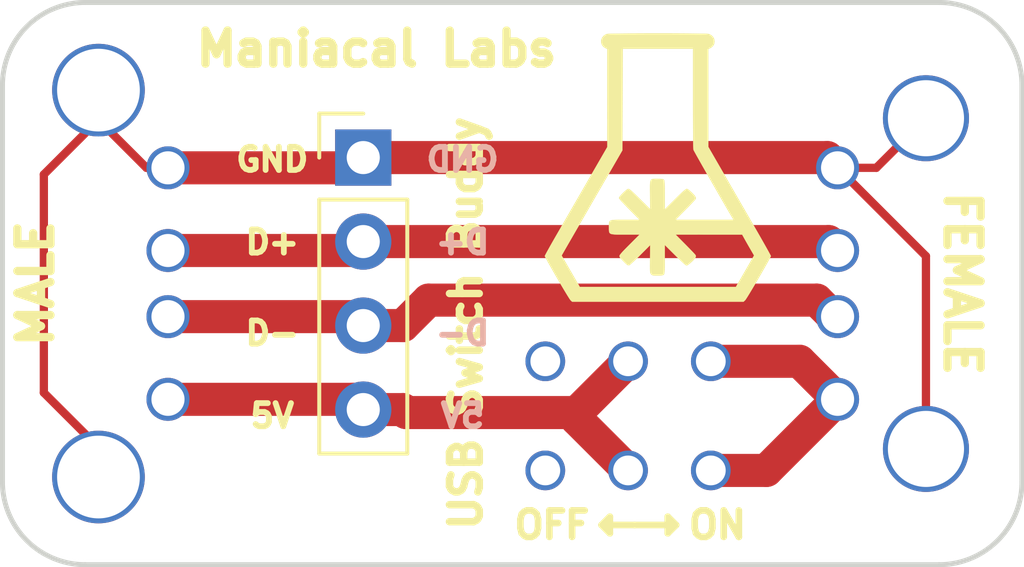
<source format=kicad_pcb>
(kicad_pcb (version 20171130) (host pcbnew "(5.0.0)")

  (general
    (thickness 1.6)
    (drawings 30)
    (tracks 38)
    (zones 0)
    (modules 5)
    (nets 7)
  )

  (page A4)
  (layers
    (0 F.Cu signal hide)
    (31 B.Cu signal)
    (32 B.Adhes user)
    (33 F.Adhes user)
    (34 B.Paste user)
    (35 F.Paste user)
    (36 B.SilkS user hide)
    (37 F.SilkS user)
    (38 B.Mask user)
    (39 F.Mask user)
    (40 Dwgs.User user hide)
    (41 Cmts.User user)
    (42 Eco1.User user)
    (43 Eco2.User user)
    (44 Edge.Cuts user)
    (45 Margin user)
    (46 B.CrtYd user)
    (47 F.CrtYd user)
    (48 B.Fab user)
    (49 F.Fab user)
  )

  (setup
    (last_trace_width 0.25)
    (user_trace_width 1)
    (trace_clearance 0.2)
    (zone_clearance 0.508)
    (zone_45_only no)
    (trace_min 0.2)
    (segment_width 0.2)
    (edge_width 0.15)
    (via_size 0.8)
    (via_drill 0.4)
    (via_min_size 0.4)
    (via_min_drill 0.3)
    (uvia_size 0.3)
    (uvia_drill 0.1)
    (uvias_allowed no)
    (uvia_min_size 0.2)
    (uvia_min_drill 0.1)
    (pcb_text_width 0.3)
    (pcb_text_size 1.5 1.5)
    (mod_edge_width 0.15)
    (mod_text_size 1 1)
    (mod_text_width 0.15)
    (pad_size 1.524 1.524)
    (pad_drill 0.762)
    (pad_to_mask_clearance 0.2)
    (aux_axis_origin 0 0)
    (grid_origin 67.1 88.5)
    (visible_elements 7FFFFF7F)
    (pcbplotparams
      (layerselection 0x010fc_ffffffff)
      (usegerberextensions false)
      (usegerberattributes false)
      (usegerberadvancedattributes false)
      (creategerberjobfile false)
      (excludeedgelayer true)
      (linewidth 0.100000)
      (plotframeref false)
      (viasonmask false)
      (mode 1)
      (useauxorigin false)
      (hpglpennumber 1)
      (hpglpenspeed 20)
      (hpglpendiameter 15.000000)
      (psnegative false)
      (psa4output false)
      (plotreference true)
      (plotvalue true)
      (plotinvisibletext false)
      (padsonsilk false)
      (subtractmaskfromsilk false)
      (outputformat 1)
      (mirror false)
      (drillshape 1)
      (scaleselection 1)
      (outputdirectory ""))
  )

  (net 0 "")
  (net 1 GND)
  (net 2 VCC)
  (net 3 "Net-(J1-Pad2)")
  (net 4 "Net-(J1-Pad3)")
  (net 5 "Net-(J2-Pad1)")
  (net 6 "Net-(SW1-Pad1)")

  (net_class Default "This is the default net class."
    (clearance 0.2)
    (trace_width 0.25)
    (via_dia 0.8)
    (via_drill 0.4)
    (uvia_dia 0.3)
    (uvia_drill 0.1)
    (add_net GND)
    (add_net "Net-(J1-Pad2)")
    (add_net "Net-(J1-Pad3)")
    (add_net "Net-(J2-Pad1)")
    (add_net "Net-(SW1-Pad1)")
    (add_net VCC)
  )

  (module Custom:UP2-AH-1-TH (layer F.Cu) (tedit 5B9DA7F1) (tstamp 5B9D9FC9)
    (at 70 80 270)
    (descr https://www.mouser.com/datasheet/2/670/up2-ah-th-1313297.pdf)
    (path /5B9D8DD0)
    (fp_text reference J1 (at 0 6.4 270) (layer F.SilkS) hide
      (effects (font (size 1 1) (thickness 0.15)))
    )
    (fp_text value USB_A_Male (at 0 -6.4 270) (layer F.Fab) hide
      (effects (font (size 1 1) (thickness 0.15)))
    )
    (fp_line (start -6 2.9) (end -6 20.7) (layer F.Fab) (width 0.15))
    (fp_line (start 6 2.9) (end 6 20.7) (layer F.Fab) (width 0.15))
    (fp_text user "PCB EDGE" (at 0 3.8 270) (layer F.Fab)
      (effects (font (size 1 1) (thickness 0.15)))
    )
    (fp_line (start -6 2.9) (end 6 2.9) (layer F.Fab) (width 0.15))
    (fp_line (start -6 20.7) (end 6 20.7) (layer F.Fab) (width 0.15))
    (pad 4 thru_hole circle (at -3.5 -2.1 270) (size 1.3 1.3) (drill 1) (layers *.Cu *.Mask)
      (net 1 GND))
    (pad 3 thru_hole circle (at -1 -2.1 270) (size 1.3 1.3) (drill 1) (layers *.Cu *.Mask)
      (net 4 "Net-(J1-Pad3)"))
    (pad 2 thru_hole circle (at 1 -2.1 270) (size 1.3 1.3) (drill 1) (layers *.Cu *.Mask)
      (net 3 "Net-(J1-Pad2)"))
    (pad 1 thru_hole circle (at 3.5 -2.1 270) (size 1.3 1.3) (drill 1) (layers *.Cu *.Mask)
      (net 2 VCC))
    (pad 5 thru_hole circle (at 5.85 0 270) (size 2.8 2.8) (drill 2.5) (layers *.Cu *.Mask)
      (net 1 GND))
    (pad 5 thru_hole circle (at -5.85 0 270) (size 2.8 2.8) (drill 2.5) (layers *.Cu *.Mask)
      (net 1 GND))
    (pad "" np_thru_hole circle (at 2.3 0 270) (size 1.2 1.2) (drill 1.2) (layers *.Cu *.Mask))
    (pad "" np_thru_hole circle (at -2.3 0 270) (size 1.2 1.2) (drill 1.2) (layers *.Cu *.Mask))
  )

  (module Custom:UJ2-AH-4-TH (layer F.Cu) (tedit 5B9DA049) (tstamp 5B9D9FD5)
    (at 95 80 90)
    (descr https://www.mouser.com/datasheet/2/670/uj2-ah-4-th-1313252.pdf)
    (path /5B9D8E2C)
    (fp_text reference J2 (at 0 6.4 90) (layer F.SilkS) hide
      (effects (font (size 1 1) (thickness 0.15)))
    )
    (fp_text value USB_A_Female (at 0 -6.1 90) (layer F.Fab) hide
      (effects (font (size 1 1) (thickness 0.15)))
    )
    (fp_line (start -6 2.9) (end 6 2.9) (layer F.Fab) (width 0.15))
    (fp_text user "PCB EDGE" (at 0 3.8 90) (layer F.Fab)
      (effects (font (size 1 1) (thickness 0.15)))
    )
    (pad 5 thru_hole circle (at -5 0 90) (size 2.6 2.6) (drill 2.3) (layers *.Cu *.Mask)
      (net 1 GND))
    (pad 4 thru_hole circle (at 3.5 -2.67 90) (size 1.3 1.3) (drill 1) (layers *.Cu *.Mask)
      (net 1 GND))
    (pad 3 thru_hole circle (at 1 -2.67 90) (size 1.3 1.3) (drill 1) (layers *.Cu *.Mask)
      (net 4 "Net-(J1-Pad3)"))
    (pad 2 thru_hole circle (at -1 -2.67 90) (size 1.3 1.3) (drill 1) (layers *.Cu *.Mask)
      (net 3 "Net-(J1-Pad2)"))
    (pad 1 thru_hole circle (at -3.5 -2.67 90) (size 1.3 1.3) (drill 1) (layers *.Cu *.Mask)
      (net 5 "Net-(J2-Pad1)"))
    (pad 5 thru_hole circle (at 5 0 90) (size 2.6 2.6) (drill 2.3) (layers *.Cu *.Mask)
      (net 1 GND))
  )

  (module Socket_Strips:Socket_Strip_Straight_1x04_Pitch2.54mm (layer F.Cu) (tedit 5B9DA0C5) (tstamp 5B9DA6CA)
    (at 78 76.19)
    (descr "Through hole straight socket strip, 1x04, 2.54mm pitch, single row")
    (tags "Through hole socket strip THT 1x04 2.54mm single row")
    (path /5B9D9064)
    (fp_text reference J3 (at 0 -2.33) (layer F.SilkS) hide
      (effects (font (size 1 1) (thickness 0.15)))
    )
    (fp_text value Test (at 0 9.95) (layer F.Fab) hide
      (effects (font (size 1 1) (thickness 0.15)))
    )
    (fp_text user %R (at 0 -2.33) (layer F.Fab) hide
      (effects (font (size 1 1) (thickness 0.15)))
    )
    (fp_line (start 1.8 -1.8) (end -1.8 -1.8) (layer F.CrtYd) (width 0.05))
    (fp_line (start 1.8 9.4) (end 1.8 -1.8) (layer F.CrtYd) (width 0.05))
    (fp_line (start -1.8 9.4) (end 1.8 9.4) (layer F.CrtYd) (width 0.05))
    (fp_line (start -1.8 -1.8) (end -1.8 9.4) (layer F.CrtYd) (width 0.05))
    (fp_line (start -1.33 -1.33) (end 0 -1.33) (layer F.SilkS) (width 0.12))
    (fp_line (start -1.33 0) (end -1.33 -1.33) (layer F.SilkS) (width 0.12))
    (fp_line (start 1.33 1.27) (end -1.33 1.27) (layer F.SilkS) (width 0.12))
    (fp_line (start 1.33 8.95) (end 1.33 1.27) (layer F.SilkS) (width 0.12))
    (fp_line (start -1.33 8.95) (end 1.33 8.95) (layer F.SilkS) (width 0.12))
    (fp_line (start -1.33 1.27) (end -1.33 8.95) (layer F.SilkS) (width 0.12))
    (fp_line (start 1.27 -1.27) (end -1.27 -1.27) (layer F.Fab) (width 0.1))
    (fp_line (start 1.27 8.89) (end 1.27 -1.27) (layer F.Fab) (width 0.1))
    (fp_line (start -1.27 8.89) (end 1.27 8.89) (layer F.Fab) (width 0.1))
    (fp_line (start -1.27 -1.27) (end -1.27 8.89) (layer F.Fab) (width 0.1))
    (pad 4 thru_hole oval (at 0 7.62) (size 1.7 1.7) (drill 1) (layers *.Cu *.Mask)
      (net 2 VCC))
    (pad 3 thru_hole oval (at 0 5.08) (size 1.7 1.7) (drill 1) (layers *.Cu *.Mask)
      (net 3 "Net-(J1-Pad2)"))
    (pad 2 thru_hole oval (at 0 2.54) (size 1.7 1.7) (drill 1) (layers *.Cu *.Mask)
      (net 4 "Net-(J1-Pad3)"))
    (pad 1 thru_hole rect (at 0 0) (size 1.7 1.7) (drill 1) (layers *.Cu *.Mask)
      (net 1 GND))
    (model ${KISYS3DMOD}/Socket_Strips.3dshapes/Socket_Strip_Straight_1x04_Pitch2.54mm.wrl
      (offset (xyz 0 -3.809999942779541 0))
      (scale (xyz 1 1 1))
      (rotate (xyz 0 0 270))
    )
  )

  (module Custom:JS202011CQN (layer F.Cu) (tedit 5B9DA0BC) (tstamp 5B9D9FF6)
    (at 86 84)
    (descr https://www.mouser.com/datasheet/2/60/js-1382693.pdf)
    (path /5B9D8FF0)
    (fp_text reference SW1 (at 0 5) (layer F.SilkS) hide
      (effects (font (size 1 1) (thickness 0.15)))
    )
    (fp_text value Power (at 0 -6.5) (layer F.Fab) hide
      (effects (font (size 1 1) (thickness 0.15)))
    )
    (pad 2 thru_hole circle (at 0 1.65) (size 1.2 1.2) (drill 0.9) (layers *.Cu *.Mask)
      (net 2 VCC))
    (pad 2 thru_hole circle (at 0 -1.65) (size 1.2 1.2) (drill 0.9) (layers *.Cu *.Mask)
      (net 2 VCC))
    (pad 3 thru_hole circle (at 2.5 -1.65) (size 1.2 1.2) (drill 0.9) (layers *.Cu *.Mask)
      (net 5 "Net-(J2-Pad1)"))
    (pad 3 thru_hole circle (at 2.5 1.65) (size 1.2 1.2) (drill 0.9) (layers *.Cu *.Mask)
      (net 5 "Net-(J2-Pad1)"))
    (pad 1 thru_hole circle (at -2.5 1.65) (size 1.2 1.2) (drill 0.9) (layers *.Cu *.Mask)
      (net 6 "Net-(SW1-Pad1)"))
    (pad 1 thru_hole circle (at -2.5 -1.65) (size 1.2 1.2) (drill 0.9) (layers *.Cu *.Mask)
      (net 6 "Net-(SW1-Pad1)"))
  )

  (module Logos:logo_MLlabs_small (layer F.Cu) (tedit 0) (tstamp 5B9ED23F)
    (at 86.9 76.5)
    (fp_text reference G*** (at 0 0) (layer F.SilkS) hide
      (effects (font (size 1.524 1.524) (thickness 0.3)))
    )
    (fp_text value LOGO (at 0.75 0) (layer F.SilkS) hide
      (effects (font (size 1.524 1.524) (thickness 0.3)))
    )
    (fp_poly (pts (xy 0.280132 -4.064859) (xy 0.46933 -4.064296) (xy 0.651803 -4.063447) (xy 0.824802 -4.062307)
      (xy 0.98558 -4.060879) (xy 1.131388 -4.059163) (xy 1.259478 -4.057157) (xy 1.367101 -4.054863)
      (xy 1.451511 -4.052281) (xy 1.509958 -4.049409) (xy 1.539694 -4.046249) (xy 1.541045 -4.045899)
      (xy 1.61465 -4.010199) (xy 1.668272 -3.957046) (xy 1.701256 -3.892418) (xy 1.712948 -3.822294)
      (xy 1.702692 -3.752654) (xy 1.669833 -3.689475) (xy 1.613717 -3.638736) (xy 1.587218 -3.624447)
      (xy 1.524819 -3.595688) (xy 1.524409 -2.113859) (xy 1.524 -0.632031) (xy 1.951194 0.108641)
      (xy 2.041737 0.265615) (xy 2.144897 0.444444) (xy 2.257416 0.639483) (xy 2.376038 0.84509)
      (xy 2.497507 1.05562) (xy 2.618568 1.265429) (xy 2.735963 1.468874) (xy 2.846437 1.660312)
      (xy 2.895756 1.74577) (xy 2.984967 1.900722) (xy 3.069309 2.047946) (xy 3.147458 2.185082)
      (xy 3.218089 2.309771) (xy 3.279877 2.419652) (xy 3.331497 2.512365) (xy 3.371624 2.585552)
      (xy 3.398934 2.636852) (xy 3.412102 2.663905) (xy 3.413125 2.667254) (xy 3.405259 2.687854)
      (xy 3.382954 2.73233) (xy 3.348145 2.797359) (xy 3.302767 2.879615) (xy 3.248756 2.975774)
      (xy 3.188047 3.082511) (xy 3.122577 3.196503) (xy 3.054279 3.314423) (xy 2.985091 3.432948)
      (xy 2.916948 3.548754) (xy 2.851784 3.658515) (xy 2.791537 3.758906) (xy 2.738141 3.846605)
      (xy 2.693532 3.918285) (xy 2.659645 3.970622) (xy 2.638416 4.000292) (xy 2.634599 4.004468)
      (xy 2.587124 4.048125) (xy -2.587125 4.048125) (xy -2.6346 4.004468) (xy -2.651394 3.982746)
      (xy -2.681461 3.937288) (xy -2.722866 3.87142) (xy -2.773675 3.788466) (xy -2.83195 3.691753)
      (xy -2.895758 3.584605) (xy -2.963162 3.470346) (xy -3.032228 3.352303) (xy -3.101019 3.2338)
      (xy -3.1676 3.118163) (xy -3.230037 3.008717) (xy -3.286392 2.908786) (xy -3.334733 2.821695)
      (xy -3.373121 2.750771) (xy -3.399623 2.699338) (xy -3.412303 2.67072) (xy -3.413126 2.666933)
      (xy -3.406861 2.651738) (xy -2.908183 2.651738) (xy -2.633492 3.127681) (xy -2.358802 3.603625)
      (xy 2.358654 3.603625) (xy 2.633694 3.126873) (xy 2.908735 2.650121) (xy 2.800627 2.464091)
      (xy 2.752108 2.380084) (xy 2.701391 2.291405) (xy 2.654699 2.208982) (xy 2.620228 2.147315)
      (xy 2.547937 2.016567) (xy 0.532125 2.016125) (xy 0.827748 2.313781) (xy 0.907725 2.394852)
      (xy 0.980741 2.469905) (xy 1.043638 2.535609) (xy 1.093257 2.588634) (xy 1.12644 2.62565)
      (xy 1.139732 2.642697) (xy 1.147043 2.68023) (xy 1.134704 2.715316) (xy 1.109692 2.75107)
      (xy 1.069306 2.795828) (xy 1.020048 2.84377) (xy 0.96842 2.889074) (xy 0.920926 2.925919)
      (xy 0.884067 2.948484) (xy 0.86948 2.95275) (xy 0.847132 2.9422) (xy 0.805787 2.910232)
      (xy 0.744908 2.856363) (xy 0.66396 2.780114) (xy 0.562408 2.681002) (xy 0.52081 2.639741)
      (xy 0.206375 2.326732) (xy 0.206375 2.761522) (xy 0.206186 2.892308) (xy 0.20548 2.995011)
      (xy 0.204051 3.073296) (xy 0.201691 3.13083) (xy 0.198191 3.171276) (xy 0.193345 3.198301)
      (xy 0.186944 3.21557) (xy 0.180102 3.225343) (xy 0.163266 3.238829) (xy 0.137807 3.247459)
      (xy 0.097181 3.252237) (xy 0.034844 3.254165) (xy -0.009246 3.254375) (xy -0.082993 3.253988)
      (xy -0.131948 3.25182) (xy -0.163068 3.24636) (xy -0.18331 3.236094) (xy -0.19963 3.219512)
      (xy -0.205947 3.211627) (xy -0.216079 3.19762) (xy -0.223883 3.181895) (xy -0.229608 3.160501)
      (xy -0.233503 3.129484) (xy -0.235815 3.084892) (xy -0.236793 3.022771) (xy -0.236686 2.93917)
      (xy -0.235741 2.830136) (xy -0.23488 2.751238) (xy -0.233664 2.63983) (xy -0.232637 2.539621)
      (xy -0.231836 2.454754) (xy -0.2313 2.389372) (xy -0.231063 2.347619) (xy -0.231154 2.333611)
      (xy -0.242126 2.344389) (xy -0.272577 2.374776) (xy -0.319606 2.421863) (xy -0.380307 2.482739)
      (xy -0.451779 2.554496) (xy -0.531118 2.634225) (xy -0.532779 2.635894) (xy -0.614205 2.716741)
      (xy -0.690054 2.790133) (xy -0.75699 2.852994) (xy -0.811678 2.902247) (xy -0.850782 2.934816)
      (xy -0.870663 2.947556) (xy -0.891093 2.948152) (xy -0.915531 2.937567) (xy -0.948775 2.912398)
      (xy -0.995625 2.869244) (xy -1.033382 2.83219) (xy -1.095633 2.767657) (xy -1.135484 2.719575)
      (xy -1.155419 2.684681) (xy -1.158875 2.667521) (xy -1.153549 2.649558) (xy -1.136229 2.622344)
      (xy -1.10491 2.583608) (xy -1.057584 2.531079) (xy -0.992243 2.462484) (xy -0.90688 2.375551)
      (xy -0.853434 2.321867) (xy -0.547993 2.016125) (xy -0.975443 2.016125) (xy -1.114762 2.016235)
      (xy -1.225588 2.015593) (xy -1.311172 2.012739) (xy -1.374762 2.006213) (xy -1.419608 1.994556)
      (xy -1.44896 1.976308) (xy -1.466068 1.950009) (xy -1.47418 1.9142) (xy -1.476546 1.86742)
      (xy -1.476417 1.808211) (xy -1.476375 1.791107) (xy -1.476751 1.729737) (xy -1.475702 1.68098)
      (xy -1.469967 1.64339) (xy -1.456283 1.615522) (xy -1.431389 1.595933) (xy -1.392023 1.583178)
      (xy -1.334922 1.575811) (xy -1.256824 1.572388) (xy -1.154468 1.571465) (xy -1.024591 1.571596)
      (xy -0.980804 1.571625) (xy -0.548733 1.571625) (xy -0.861742 1.257189) (xy -0.951102 1.166371)
      (xy -1.028596 1.085517) (xy -1.091949 1.017128) (xy -1.138886 0.963706) (xy -1.167132 0.927753)
      (xy -1.17475 0.91299) (xy -1.163254 0.886392) (xy -1.132729 0.845976) (xy -1.089124 0.797523)
      (xy -1.038387 0.746817) (xy -0.986466 0.699641) (xy -0.93931 0.661778) (xy -0.902866 0.63901)
      (xy -0.888823 0.635) (xy -0.869893 0.641738) (xy -0.838933 0.663065) (xy -0.794064 0.700648)
      (xy -0.73341 0.756153) (xy -0.655092 0.831247) (xy -0.557233 0.927597) (xy -0.540655 0.944083)
      (xy -0.230188 1.253166) (xy -0.234866 0.828775) (xy -0.236547 0.690249) (xy -0.237206 0.580203)
      (xy -0.235349 0.495374) (xy -0.229485 0.432496) (xy -0.218121 0.388302) (xy -0.199764 0.359528)
      (xy -0.172922 0.342909) (xy -0.136103 0.335179) (xy -0.087814 0.333073) (xy -0.026564 0.333325)
      (xy -0.008454 0.333375) (xy 0.071777 0.334496) (xy 0.126137 0.338371) (xy 0.160445 0.345763)
      (xy 0.180519 0.357438) (xy 0.181428 0.358321) (xy 0.188921 0.369469) (xy 0.19478 0.38854)
      (xy 0.199198 0.419092) (xy 0.202365 0.464686) (xy 0.204473 0.528878) (xy 0.205714 0.61523)
      (xy 0.206279 0.727298) (xy 0.206375 0.822142) (xy 0.206375 1.261017) (xy 0.52081 0.948008)
      (xy 0.624977 0.84524) (xy 0.709018 0.764457) (xy 0.774393 0.704357) (xy 0.822558 0.663639)
      (xy 0.854973 0.641001) (xy 0.871435 0.635) (xy 0.90364 0.64705) (xy 0.951929 0.681515)
      (xy 1.011031 0.734218) (xy 1.077277 0.800807) (xy 1.120369 0.852289) (xy 1.142644 0.892492)
      (xy 1.146437 0.925242) (xy 1.139732 0.945052) (xy 1.124448 0.964412) (xy 1.089823 1.002842)
      (xy 1.039016 1.057013) (xy 0.975186 1.123594) (xy 0.901491 1.199256) (xy 0.827748 1.273968)
      (xy 0.532125 1.571625) (xy 2.288589 1.571625) (xy 2.257294 1.520031) (xy 2.222471 1.461823)
      (xy 2.176078 1.383049) (xy 2.119623 1.286349) (xy 2.054614 1.174365) (xy 1.982559 1.049736)
      (xy 1.904966 0.915105) (xy 1.823344 0.773113) (xy 1.739201 0.6264) (xy 1.654044 0.477608)
      (xy 1.569382 0.329378) (xy 1.486723 0.184351) (xy 1.407576 0.045167) (xy 1.333448 -0.085532)
      (xy 1.265847 -0.205104) (xy 1.206282 -0.31091) (xy 1.15626 -0.400307) (xy 1.117291 -0.470655)
      (xy 1.090882 -0.519312) (xy 1.07854 -0.543639) (xy 1.077896 -0.545341) (xy 1.075786 -0.56837)
      (xy 1.073779 -0.620989) (xy 1.071895 -0.701038) (xy 1.070154 -0.806357) (xy 1.068575 -0.934788)
      (xy 1.067179 -1.08417) (xy 1.065985 -1.252344) (xy 1.065013 -1.43715) (xy 1.064282 -1.636427)
      (xy 1.063814 -1.848017) (xy 1.063627 -2.06976) (xy 1.063625 -2.099364) (xy 1.063625 -3.603625)
      (xy -1.063011 -3.603625) (xy -1.071563 -0.531813) (xy -1.415271 0.0635) (xy -1.504982 0.218868)
      (xy -1.604527 0.391244) (xy -1.709479 0.572961) (xy -1.81541 0.756356) (xy -1.917894 0.933764)
      (xy -2.012504 1.097521) (xy -2.08006 1.214437) (xy -2.225644 1.466399) (xy -2.357143 1.69405)
      (xy -2.474336 1.89701) (xy -2.577005 2.074897) (xy -2.664929 2.227331) (xy -2.73789 2.353931)
      (xy -2.795668 2.454316) (xy -2.838043 2.528107) (xy -2.864795 2.574921) (xy -2.869919 2.583962)
      (xy -2.908183 2.651738) (xy -3.406861 2.651738) (xy -3.405407 2.648214) (xy -3.383339 2.60501)
      (xy -3.348556 2.540273) (xy -3.302689 2.456953) (xy -3.247372 2.357999) (xy -3.184237 2.246362)
      (xy -3.114917 2.124993) (xy -3.070081 2.047074) (xy -2.983993 1.89789) (xy -2.891116 1.736959)
      (xy -2.795258 1.570876) (xy -2.700224 1.406236) (xy -2.609821 1.249633) (xy -2.527855 1.107663)
      (xy -2.461177 0.992187) (xy -2.389938 0.868821) (xy -2.306741 0.724738) (xy -2.2155 0.566716)
      (xy -2.12013 0.401537) (xy -2.024545 0.235979) (xy -1.932659 0.076823) (xy -1.859659 -0.049628)
      (xy -1.524 -0.631069) (xy -1.52441 -2.113378) (xy -1.52482 -3.595688) (xy -1.587219 -3.624447)
      (xy -1.652017 -3.669134) (xy -1.693317 -3.728451) (xy -1.711775 -3.796419) (xy -1.708045 -3.867059)
      (xy -1.682782 -3.934394) (xy -1.636642 -3.992443) (xy -1.570279 -4.035229) (xy -1.541046 -4.045899)
      (xy -1.514499 -4.04909) (xy -1.458952 -4.051991) (xy -1.377153 -4.054604) (xy -1.271849 -4.056929)
      (xy -1.145789 -4.058965) (xy -1.001721 -4.060712) (xy -0.842394 -4.06217) (xy -0.670554 -4.06334)
      (xy -0.488951 -4.06422) (xy -0.300333 -4.064813) (xy -0.107448 -4.065117) (xy 0.086957 -4.065132)
      (xy 0.280132 -4.064859)) (layer F.SilkS) (width 0.01))
  )

  (gr_text "USB Switch Buddy" (at 81.1 81.2 90) (layer F.SilkS) (tstamp 5B9ED1D4)
    (effects (font (size 0.9 0.9) (thickness 0.225)))
  )
  (gr_text FEMALE (at 96.1 80 270) (layer F.SilkS) (tstamp 5B9E659D)
    (effects (font (size 1 1) (thickness 0.25)))
  )
  (gr_text MALE (at 68.1 80 90) (layer F.SilkS)
    (effects (font (size 1 1) (thickness 0.25)))
  )
  (gr_arc (start 69.6 86) (end 67.1 86) (angle -90) (layer Edge.Cuts) (width 0.15))
  (gr_arc (start 95.4 86) (end 95.4 88.5) (angle -90) (layer Edge.Cuts) (width 0.15))
  (gr_arc (start 95.4 74) (end 97.9 74) (angle -90) (layer Edge.Cuts) (width 0.15))
  (gr_arc (start 69.6 74) (end 69.6 71.5) (angle -90) (layer Edge.Cuts) (width 0.15))
  (gr_text "Maniacal Labs" (at 78.4 72.9) (layer F.SilkS)
    (effects (font (size 1 1) (thickness 0.25)))
  )
  (gr_text 5V (at 81 84) (layer B.SilkS) (tstamp 5B9DA9ED)
    (effects (font (size 0.7 0.7) (thickness 0.175)) (justify mirror))
  )
  (gr_text D+ (at 81 78.75) (layer B.SilkS) (tstamp 5B9DA9EC)
    (effects (font (size 0.7 0.7) (thickness 0.175)) (justify mirror))
  )
  (gr_text D- (at 81 81.5) (layer B.SilkS) (tstamp 5B9DA9EB)
    (effects (font (size 0.7 0.7) (thickness 0.175)) (justify mirror))
  )
  (gr_text GND (at 81 76.25) (layer B.SilkS) (tstamp 5B9DA9EA)
    (effects (font (size 0.7 0.7) (thickness 0.175)) (justify mirror))
  )
  (gr_text GND (at 75.25 76.25) (layer F.SilkS) (tstamp 5B9DA9DC)
    (effects (font (size 0.7 0.7) (thickness 0.175)))
  )
  (gr_text D+ (at 75.25 78.75) (layer F.SilkS) (tstamp 5B9DA9DA)
    (effects (font (size 0.7 0.7) (thickness 0.175)))
  )
  (gr_text D- (at 75.25 81.5) (layer F.SilkS) (tstamp 5B9DA9D8)
    (effects (font (size 0.7 0.7) (thickness 0.175)))
  )
  (gr_text 5V (at 75.25 84) (layer F.SilkS) (tstamp 5B9DA9D2)
    (effects (font (size 0.7 0.7) (thickness 0.175)))
  )
  (gr_line (start 85.45 87.55) (end 85.2 87.3) (layer F.SilkS) (width 0.2))
  (gr_line (start 85.45 87.05) (end 85.45 87.55) (layer F.SilkS) (width 0.2))
  (gr_line (start 85.2 87.3) (end 85.45 87.05) (layer F.SilkS) (width 0.2))
  (gr_line (start 86.2 87.3) (end 85.2 87.3) (layer F.SilkS) (width 0.2))
  (gr_line (start 87.2 87.55) (end 87.45 87.3) (layer F.SilkS) (width 0.2))
  (gr_line (start 87.2 87.05) (end 87.2 87.55) (layer F.SilkS) (width 0.2))
  (gr_line (start 87.45 87.3) (end 87.2 87.05) (layer F.SilkS) (width 0.2))
  (gr_line (start 86.2 87.3) (end 87.45 87.3) (layer F.SilkS) (width 0.2))
  (gr_text OFF (at 83.7 87.3) (layer F.SilkS) (tstamp 5B9DA9AF)
    (effects (font (size 0.8 0.8) (thickness 0.2)))
  )
  (gr_text ON (at 88.7 87.3) (layer F.SilkS)
    (effects (font (size 0.8 0.8) (thickness 0.2)))
  )
  (gr_line (start 95.4 71.5) (end 69.6 71.5) (layer Edge.Cuts) (width 0.15))
  (gr_line (start 97.9 86) (end 97.9 74) (layer Edge.Cuts) (width 0.15))
  (gr_line (start 69.6 88.5) (end 95.4 88.5) (layer Edge.Cuts) (width 0.15))
  (gr_line (start 67.1 74) (end 67.1 86) (layer Edge.Cuts) (width 0.15))

  (segment (start 77.69 76.5) (end 78 76.19) (width 1) (layer F.Cu) (net 1))
  (segment (start 72.1 76.5) (end 77.69 76.5) (width 1) (layer F.Cu) (net 1))
  (segment (start 92.02 76.19) (end 92.33 76.5) (width 1) (layer F.Cu) (net 1))
  (segment (start 78 76.19) (end 92.02 76.19) (width 1) (layer F.Cu) (net 1))
  (segment (start 71.45 76.5) (end 72.1 76.5) (width 0.25) (layer F.Cu) (net 1))
  (segment (start 70 75.05) (end 71.45 76.5) (width 0.25) (layer F.Cu) (net 1))
  (segment (start 93.5 76.5) (end 95 75) (width 0.25) (layer F.Cu) (net 1))
  (segment (start 92.33 76.5) (end 93.5 76.5) (width 0.25) (layer F.Cu) (net 1))
  (segment (start 95 79.17) (end 95 85) (width 0.25) (layer F.Cu) (net 1))
  (segment (start 92.33 76.5) (end 95 79.17) (width 0.25) (layer F.Cu) (net 1))
  (segment (start 70 84.95) (end 70 85.85) (width 0.25) (layer F.Cu) (net 1))
  (segment (start 68.35 83.3) (end 70 84.95) (width 0.25) (layer F.Cu) (net 1))
  (segment (start 68.35 76.7) (end 68.35 83.3) (width 0.25) (layer F.Cu) (net 1))
  (segment (start 70 75.05) (end 68.35 76.7) (width 0.25) (layer F.Cu) (net 1))
  (segment (start 70 74.15) (end 70 75.05) (width 0.25) (layer F.Cu) (net 1))
  (segment (start 77.69 83.5) (end 78 83.81) (width 1) (layer F.Cu) (net 2))
  (segment (start 72.1 83.5) (end 77.69 83.5) (width 1) (layer F.Cu) (net 2))
  (segment (start 79.202081 83.81) (end 79.292081 83.9) (width 1) (layer F.Cu) (net 2))
  (segment (start 78 83.81) (end 79.202081 83.81) (width 1) (layer F.Cu) (net 2))
  (segment (start 84.45 83.9) (end 86 82.35) (width 1) (layer F.Cu) (net 2))
  (segment (start 79.292081 83.9) (end 84.45 83.9) (width 1) (layer F.Cu) (net 2))
  (segment (start 84.45 84.1) (end 86 85.65) (width 1) (layer F.Cu) (net 2))
  (segment (start 84.45 83.9) (end 84.45 84.1) (width 1) (layer F.Cu) (net 2))
  (segment (start 77.73 81) (end 78 81.27) (width 1) (layer F.Cu) (net 3))
  (segment (start 72.1 81) (end 77.73 81) (width 1) (layer F.Cu) (net 3))
  (segment (start 92.2 81) (end 92.33 81) (width 1) (layer F.Cu) (net 3))
  (segment (start 91.7 80.5) (end 92.2 81) (width 1) (layer F.Cu) (net 3))
  (segment (start 79.972081 80.5) (end 91.7 80.5) (width 1) (layer F.Cu) (net 3))
  (segment (start 78 81.27) (end 79.202081 81.27) (width 1) (layer F.Cu) (net 3))
  (segment (start 79.202081 81.27) (end 79.972081 80.5) (width 1) (layer F.Cu) (net 3))
  (segment (start 77.73 79) (end 78 78.73) (width 1) (layer F.Cu) (net 4))
  (segment (start 72.1 79) (end 77.73 79) (width 1) (layer F.Cu) (net 4))
  (segment (start 92.06 78.73) (end 92.33 79) (width 1) (layer F.Cu) (net 4))
  (segment (start 78 78.73) (end 92.06 78.73) (width 1) (layer F.Cu) (net 4))
  (segment (start 91.18 82.35) (end 92.33 83.5) (width 1) (layer F.Cu) (net 5))
  (segment (start 88.5 82.35) (end 91.18 82.35) (width 1) (layer F.Cu) (net 5))
  (segment (start 90.18 85.65) (end 92.33 83.5) (width 1) (layer F.Cu) (net 5))
  (segment (start 88.5 85.65) (end 90.18 85.65) (width 1) (layer F.Cu) (net 5))

)

</source>
